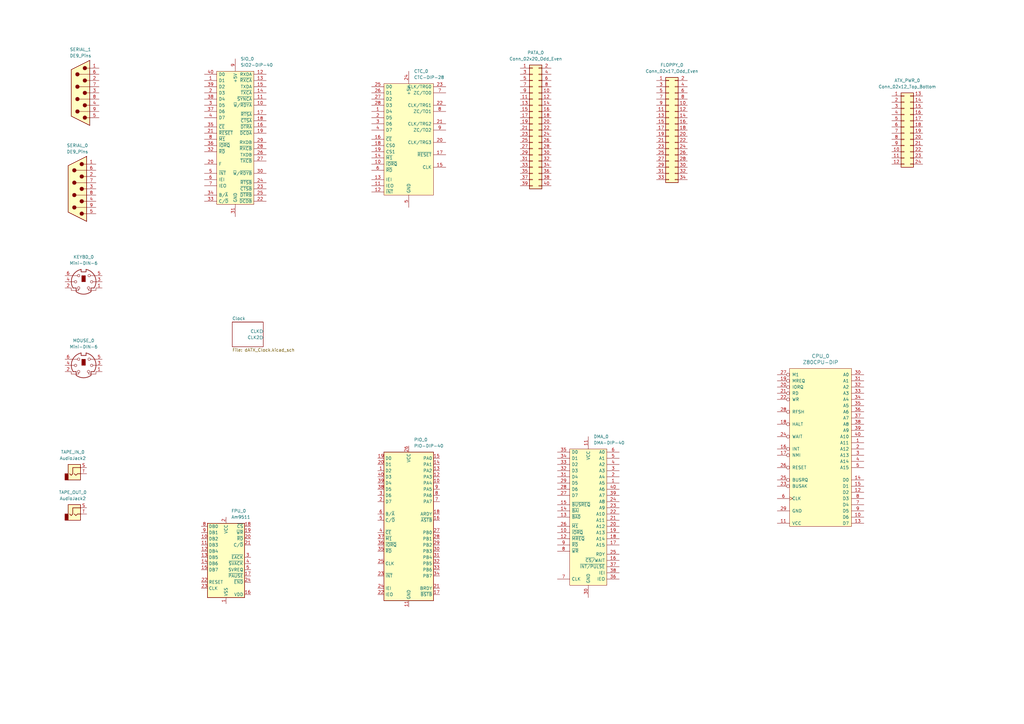
<source format=kicad_sch>
(kicad_sch (version 20250114) (generator "eeschema") (generator_version "9.0")
  (paper "A3")
  (title_block (date "2025-08-11") (rev "0"))
  (lib_symbols
    (symbol "Carboni_Library:Am9511"
      (property "Reference" "U" (at 0 0 0))
      (property "Value" "Am9511" (at 0 0 0))
      (symbol "Am9511_1_1"
        (pin bidirectional line (at -10.16 10.16 0) (length 2.54) (name "DB0") (number "8"))
        (pin bidirectional line (at -10.16 7.62 0) (length 2.54) (name "DB1") (number "9"))
        (pin bidirectional line (at -10.16 5.08 0) (length 2.54) (name "DB2") (number "10"))
        (pin bidirectional line (at -10.16 2.54 0) (length 2.54) (name "DB3") (number "11"))
        (pin bidirectional line (at -10.16 0 0) (length 2.54) (name "DB4") (number "12"))
        (pin bidirectional line (at -10.16 -2.54 0) (length 2.54) (name "DB5") (number "13"))
        (pin bidirectional line (at -10.16 -5.08 0) (length 2.54) (name "DB6") (number "14"))
        (pin bidirectional line (at -10.16 -7.62 0) (length 2.54) (name "DB7") (number "15"))
        (pin input line (at -10.16 -12.7 0) (length 2.54) (name "RESET") (number "22"))
        (pin input line (at -10.16 -15.24 0) (length 2.54) (name "CLK") (number "23"))
        (pin power_in line (at 0 13.97 270) (length 2.54) (name "VCC") (number "2"))
        (pin power_in line (at 0 -21.59 90) (length 2.54) (name "VSS") (number "1"))
        (pin input line (at 10.16 10.16 180) (length 2.54) (name "~{CS}") (number "18"))
        (pin input line (at 10.16 7.62 180) (length 2.54) (name "~{WR}") (number "19"))
        (pin input line (at 10.16 5.08 180) (length 2.54) (name "~{RD}") (number "20"))
        (pin input line (at 10.16 2.54 180) (length 2.54) (name "C/~{D}") (number "21"))
        (pin input line (at 10.16 -2.54 180) (length 2.54) (name "~{EACK}") (number "3"))
        (pin input line (at 10.16 -5.08 180) (length 2.54) (name "~{SVACK}") (number "4"))
        (pin output line (at 10.16 -7.62 180) (length 2.54) (name "SVREQ") (number "5"))
        (pin output line (at 10.16 -10.16 180) (length 2.54) (name "~{PAUSE}") (number "17"))
        (pin output line (at 10.16 -12.7 180) (length 2.54) (name "~{END}") (number "24"))
        (pin power_in line (at 10.16 -17.78 180) (length 2.54) (name "VDD") (number "16"))
      )
    )
    (symbol "Connector:DE9_Pins" (pin_names (offset 1.016) (hide yes))
      (property "Reference" "J" (at 0 13.97 0))
      (property "Value" "DE9_Pins" (at 0 -14.605 0))
      (symbol "DE9_Pins_1_1"
        (pin passive line (at -7.62 10.16 0) (length 3.81) (name "5") (number "5"))
        (pin passive line (at -7.62 7.62 0) (length 3.81) (name "9") (number "9"))
        (pin passive line (at -7.62 5.08 0) (length 3.81) (name "4") (number "4"))
        (pin passive line (at -7.62 2.54 0) (length 3.81) (name "8") (number "8"))
        (pin passive line (at -7.62 0 0) (length 3.81) (name "3") (number "3"))
        (pin passive line (at -7.62 -2.54 0) (length 3.81) (name "7") (number "7"))
        (pin passive line (at -7.62 -5.08 0) (length 3.81) (name "2") (number "2"))
        (pin passive line (at -7.62 -7.62 0) (length 3.81) (name "6") (number "6"))
        (pin passive line (at -7.62 -10.16 0) (length 3.81) (name "1") (number "1"))
      )
    )
    (symbol "Connector:Mini-DIN-6" (pin_names (offset 1.016))
      (property "Reference" "J" (at 0 6.35 0))
      (property "Value" "Mini-DIN-6" (at 0 -6.35 0))
      (symbol "Mini-DIN-6_1_1"
        (pin passive line (at -7.62 2.54 0) (length 2.54) (name "~") (number "6"))
        (pin passive line (at -7.62 0 0) (length 2.54) (name "~") (number "4"))
        (pin passive line (at -7.62 -2.54 0) (length 2.54) (name "~") (number "2"))
        (pin passive line (at 7.62 2.54 180) (length 2.54) (name "~") (number "5"))
        (pin passive line (at 7.62 0 180) (length 2.54) (name "~") (number "3"))
        (pin passive line (at 7.62 -2.54 180) (length 2.54) (name "~") (number "1"))
      )
    )
    (symbol "Connector_Audio:AudioJack2"
      (property "Reference" "J" (at 0 8.89 0))
      (property "Value" "AudioJack2" (at 0 6.35 0))
      (symbol "AudioJack2_1_1"
        (pin passive line (at 5.08 2.54 180) (length 2.54) (name "~") (number "S"))
        (pin passive line (at 5.08 0 180) (length 2.54) (name "~") (number "T"))
      )
    )
    (symbol "Connector_Generic:Conn_02x12_Top_Bottom" (pin_names (offset 1.016) (hide yes))
      (property "Reference" "J" (at 1.27 15.24 0))
      (property "Value" "Conn_02x12_Top_Bottom" (at 1.27 -17.78 0))
      (symbol "Conn_02x12_Top_Bottom_1_1"
        (pin passive line (at -5.08 12.7 0) (length 3.81) (name "Pin_1") (number "1"))
        (pin passive line (at -5.08 10.16 0) (length 3.81) (name "Pin_2") (number "2"))
        (pin passive line (at -5.08 7.62 0) (length 3.81) (name "Pin_3") (number "3"))
        (pin passive line (at -5.08 5.08 0) (length 3.81) (name "Pin_4") (number "4"))
        (pin passive line (at -5.08 2.54 0) (length 3.81) (name "Pin_5") (number "5"))
        (pin passive line (at -5.08 0 0) (length 3.81) (name "Pin_6") (number "6"))
        (pin passive line (at -5.08 -2.54 0) (length 3.81) (name "Pin_7") (number "7"))
        (pin passive line (at -5.08 -5.08 0) (length 3.81) (name "Pin_8") (number "8"))
        (pin passive line (at -5.08 -7.62 0) (length 3.81) (name "Pin_9") (number "9"))
        (pin passive line (at -5.08 -10.16 0) (length 3.81) (name "Pin_10") (number "10"))
        (pin passive line (at -5.08 -12.7 0) (length 3.81) (name "Pin_11") (number "11"))
        (pin passive line (at -5.08 -15.24 0) (length 3.81) (name "Pin_12") (number "12"))
        (pin passive line (at 7.62 12.7 180) (length 3.81) (name "Pin_13") (number "13"))
        (pin passive line (at 7.62 10.16 180) (length 3.81) (name "Pin_14") (number "14"))
        (pin passive line (at 7.62 7.62 180) (length 3.81) (name "Pin_15") (number "15"))
        (pin passive line (at 7.62 5.08 180) (length 3.81) (name "Pin_16") (number "16"))
        (pin passive line (at 7.62 2.54 180) (length 3.81) (name "Pin_17") (number "17"))
        (pin passive line (at 7.62 0 180) (length 3.81) (name "Pin_18") (number "18"))
        (pin passive line (at 7.62 -2.54 180) (length 3.81) (name "Pin_19") (number "19"))
        (pin passive line (at 7.62 -5.08 180) (length 3.81) (name "Pin_20") (number "20"))
        (pin passive line (at 7.62 -7.62 180) (length 3.81) (name "Pin_21") (number "21"))
        (pin passive line (at 7.62 -10.16 180) (length 3.81) (name "Pin_22") (number "22"))
        (pin passive line (at 7.62 -12.7 180) (length 3.81) (name "Pin_23") (number "23"))
        (pin passive line (at 7.62 -15.24 180) (length 3.81) (name "Pin_24") (number "24"))
      )
    )
    (symbol "Connector_Generic:Conn_02x17_Odd_Even" (pin_names (offset 1.016) (hide yes))
      (property "Reference" "J" (at 1.27 22.86 0))
      (property "Value" "Conn_02x17_Odd_Even" (at 1.27 -22.86 0))
      (symbol "Conn_02x17_Odd_Even_1_1"
        (pin passive line (at -5.08 20.32 0) (length 3.81) (name "Pin_1") (number "1"))
        (pin passive line (at -5.08 17.78 0) (length 3.81) (name "Pin_3") (number "3"))
        (pin passive line (at -5.08 15.24 0) (length 3.81) (name "Pin_5") (number "5"))
        (pin passive line (at -5.08 12.7 0) (length 3.81) (name "Pin_7") (number "7"))
        (pin passive line (at -5.08 10.16 0) (length 3.81) (name "Pin_9") (number "9"))
        (pin passive line (at -5.08 7.62 0) (length 3.81) (name "Pin_11") (number "11"))
        (pin passive line (at -5.08 5.08 0) (length 3.81) (name "Pin_13") (number "13"))
        (pin passive line (at -5.08 2.54 0) (length 3.81) (name "Pin_15") (number "15"))
        (pin passive line (at -5.08 0 0) (length 3.81) (name "Pin_17") (number "17"))
        (pin passive line (at -5.08 -2.54 0) (length 3.81) (name "Pin_19") (number "19"))
        (pin passive line (at -5.08 -5.08 0) (length 3.81) (name "Pin_21") (number "21"))
        (pin passive line (at -5.08 -7.62 0) (length 3.81) (name "Pin_23") (number "23"))
        (pin passive line (at -5.08 -10.16 0) (length 3.81) (name "Pin_25") (number "25"))
        (pin passive line (at -5.08 -12.7 0) (length 3.81) (name "Pin_27") (number "27"))
        (pin passive line (at -5.08 -15.24 0) (length 3.81) (name "Pin_29") (number "29"))
        (pin passive line (at -5.08 -17.78 0) (length 3.81) (name "Pin_31") (number "31"))
        (pin passive line (at -5.08 -20.32 0) (length 3.81) (name "Pin_33") (number "33"))
        (pin passive line (at 7.62 20.32 180) (length 3.81) (name "Pin_2") (number "2"))
        (pin passive line (at 7.62 17.78 180) (length 3.81) (name "Pin_4") (number "4"))
        (pin passive line (at 7.62 15.24 180) (length 3.81) (name "Pin_6") (number "6"))
        (pin passive line (at 7.62 12.7 180) (length 3.81) (name "Pin_8") (number "8"))
        (pin passive line (at 7.62 10.16 180) (length 3.81) (name "Pin_10") (number "10"))
        (pin passive line (at 7.62 7.62 180) (length 3.81) (name "Pin_12") (number "12"))
        (pin passive line (at 7.62 5.08 180) (length 3.81) (name "Pin_14") (number "14"))
        (pin passive line (at 7.62 2.54 180) (length 3.81) (name "Pin_16") (number "16"))
        (pin passive line (at 7.62 0 180) (length 3.81) (name "Pin_18") (number "18"))
        (pin passive line (at 7.62 -2.54 180) (length 3.81) (name "Pin_20") (number "20"))
        (pin passive line (at 7.62 -5.08 180) (length 3.81) (name "Pin_22") (number "22"))
        (pin passive line (at 7.62 -7.62 180) (length 3.81) (name "Pin_24") (number "24"))
        (pin passive line (at 7.62 -10.16 180) (length 3.81) (name "Pin_26") (number "26"))
        (pin passive line (at 7.62 -12.7 180) (length 3.81) (name "Pin_28") (number "28"))
        (pin passive line (at 7.62 -15.24 180) (length 3.81) (name "Pin_30") (number "30"))
        (pin passive line (at 7.62 -17.78 180) (length 3.81) (name "Pin_32") (number "32"))
        (pin passive line (at 7.62 -20.32 180) (length 3.81) (name "Pin_34") (number "34"))
      )
    )
    (symbol "Connector_Generic:Conn_02x20_Odd_Even" (pin_names (offset 1.016) (hide yes))
      (property "Reference" "J" (at 1.27 25.4 0))
      (property "Value" "Conn_02x20_Odd_Even" (at 1.27 -27.94 0))
      (symbol "Conn_02x20_Odd_Even_1_1"
        (pin passive line (at -5.08 22.86 0) (length 3.81) (name "Pin_1") (number "1"))
        (pin passive line (at -5.08 20.32 0) (length 3.81) (name "Pin_3") (number "3"))
        (pin passive line (at -5.08 17.78 0) (length 3.81) (name "Pin_5") (number "5"))
        (pin passive line (at -5.08 15.24 0) (length 3.81) (name "Pin_7") (number "7"))
        (pin passive line (at -5.08 12.7 0) (length 3.81) (name "Pin_9") (number "9"))
        (pin passive line (at -5.08 10.16 0) (length 3.81) (name "Pin_11") (number "11"))
        (pin passive line (at -5.08 7.62 0) (length 3.81) (name "Pin_13") (number "13"))
        (pin passive line (at -5.08 5.08 0) (length 3.81) (name "Pin_15") (number "15"))
        (pin passive line (at -5.08 2.54 0) (length 3.81) (name "Pin_17") (number "17"))
        (pin passive line (at -5.08 0 0) (length 3.81) (name "Pin_19") (number "19"))
        (pin passive line (at -5.08 -2.54 0) (length 3.81) (name "Pin_21") (number "21"))
        (pin passive line (at -5.08 -5.08 0) (length 3.81) (name "Pin_23") (number "23"))
        (pin passive line (at -5.08 -7.62 0) (length 3.81) (name "Pin_25") (number "25"))
        (pin passive line (at -5.08 -10.16 0) (length 3.81) (name "Pin_27") (number "27"))
        (pin passive line (at -5.08 -12.7 0) (length 3.81) (name "Pin_29") (number "29"))
        (pin passive line (at -5.08 -15.24 0) (length 3.81) (name "Pin_31") (number "31"))
        (pin passive line (at -5.08 -17.78 0) (length 3.81) (name "Pin_33") (number "33"))
        (pin passive line (at -5.08 -20.32 0) (length 3.81) (name "Pin_35") (number "35"))
        (pin passive line (at -5.08 -22.86 0) (length 3.81) (name "Pin_37") (number "37"))
        (pin passive line (at -5.08 -25.4 0) (length 3.81) (name "Pin_39") (number "39"))
        (pin passive line (at 7.62 22.86 180) (length 3.81) (name "Pin_2") (number "2"))
        (pin passive line (at 7.62 20.32 180) (length 3.81) (name "Pin_4") (number "4"))
        (pin passive line (at 7.62 17.78 180) (length 3.81) (name "Pin_6") (number "6"))
        (pin passive line (at 7.62 15.24 180) (length 3.81) (name "Pin_8") (number "8"))
        (pin passive line (at 7.62 12.7 180) (length 3.81) (name "Pin_10") (number "10"))
        (pin passive line (at 7.62 10.16 180) (length 3.81) (name "Pin_12") (number "12"))
        (pin passive line (at 7.62 7.62 180) (length 3.81) (name "Pin_14") (number "14"))
        (pin passive line (at 7.62 5.08 180) (length 3.81) (name "Pin_16") (number "16"))
        (pin passive line (at 7.62 2.54 180) (length 3.81) (name "Pin_18") (number "18"))
        (pin passive line (at 7.62 0 180) (length 3.81) (name "Pin_20") (number "20"))
        (pin passive line (at 7.62 -2.54 180) (length 3.81) (name "Pin_22") (number "22"))
        (pin passive line (at 7.62 -5.08 180) (length 3.81) (name "Pin_24") (number "24"))
        (pin passive line (at 7.62 -7.62 180) (length 3.81) (name "Pin_26") (number "26"))
        (pin passive line (at 7.62 -10.16 180) (length 3.81) (name "Pin_28") (number "28"))
        (pin passive line (at 7.62 -12.7 180) (length 3.81) (name "Pin_30") (number "30"))
        (pin passive line (at 7.62 -15.24 180) (length 3.81) (name "Pin_32") (number "32"))
        (pin passive line (at 7.62 -17.78 180) (length 3.81) (name "Pin_34") (number "34"))
        (pin passive line (at 7.62 -20.32 180) (length 3.81) (name "Pin_36") (number "36"))
        (pin passive line (at 7.62 -22.86 180) (length 3.81) (name "Pin_38") (number "38"))
        (pin passive line (at 7.62 -25.4 180) (length 3.81) (name "Pin_40") (number "40"))
      )
    )
    (symbol "Connector_Generic:Conn_02x50_Row_Letter_First" (pin_names (offset 1.016) (hide yes))
      (property "Reference" "J" (at 1.27 63.5 0))
      (property "Value" "Conn_02x50_Row_Letter_First" (at 1.27 -66.04 0))
      (symbol "Conn_02x50_Row_Letter_First_1_1"
        (pin passive line (at -5.08 60.96 0) (length 3.81) (name "Pin_a1") (number "a1"))
        (pin passive line (at -5.08 58.42 0) (length 3.81) (name "Pin_a2") (number "a2"))
        (pin passive line (at -5.08 55.88 0) (length 3.81) (name "Pin_a3") (number "a3"))
        (pin passive line (at -5.08 53.34 0) (length 3.81) (name "Pin_a4") (number "a4"))
        (pin passive line (at -5.08 50.8 0) (length 3.81) (name "Pin_a5") (number "a5"))
        (pin passive line (at -5.08 48.26 0) (length 3.81) (name "Pin_a6") (number "a6"))
        (pin passive line (at -5.08 45.72 0) (length 3.81) (name "Pin_a7") (number "a7"))
        (pin passive line (at -5.08 43.18 0) (length 3.81) (name "Pin_a8") (number "a8"))
        (pin passive line (at -5.08 40.64 0) (length 3.81) (name "Pin_a9") (number "a9"))
        (pin passive line (at -5.08 38.1 0) (length 3.81) (name "Pin_a10") (number "a10"))
        (pin passive line (at -5.08 35.56 0) (length 3.81) (name "Pin_a11") (number "a11"))
        (pin passive line (at -5.08 33.02 0) (length 3.81) (name "Pin_a12") (number "a12"))
        (pin passive line (at -5.08 30.48 0) (length 3.81) (name "Pin_a13") (number "a13"))
        (pin passive line (at -5.08 27.94 0) (length 3.81) (name "Pin_a14") (number "a14"))
        (pin passive line (at -5.08 25.4 0) (length 3.81) (name "Pin_a15") (number "a15"))
        (pin passive line (at -5.08 22.86 0) (length 3.81) (name "Pin_a16") (number "a16"))
        (pin passive line (at -5.08 20.32 0) (length 3.81) (name "Pin_a17") (number "a17"))
        (pin passive line (at -5.08 17.78 0) (length 3.81) (name "Pin_a18") (number "a18"))
        (pin passive line (at -5.08 15.24 0) (length 3.81) (name "Pin_a19") (number "a19"))
        (pin passive line (at -5.08 12.7 0) (length 3.81) (name "Pin_a20") (number "a20"))
        (pin passive line (at -5.08 10.16 0) (length 3.81) (name "Pin_a21") (number "a21"))
        (pin passive line (at -5.08 7.62 0) (length 3.81) (name "Pin_a22") (number "a22"))
        (pin passive line (at -5.08 5.08 0) (length 3.81) (name "Pin_a23") (number "a23"))
        (pin passive line (at -5.08 2.54 0) (length 3.81) (name "Pin_a24") (number "a24"))
        (pin passive line (at -5.08 0 0) (length 3.81) (name "Pin_a25") (number "a25"))
        (pin passive line (at -5.08 -2.54 0) (length 3.81) (name "Pin_a26") (number "a26"))
        (pin passive line (at -5.08 -5.08 0) (length 3.81) (name "Pin_a27") (number "a27"))
        (pin passive line (at -5.08 -7.62 0) (length 3.81) (name "Pin_a28") (number "a28"))
        (pin passive line (at -5.08 -10.16 0) (length 3.81) (name "Pin_a29") (number "a29"))
        (pin passive line (at -5.08 -12.7 0) (length 3.81) (name "Pin_a30") (number "a30"))
        (pin passive line (at -5.08 -15.24 0) (length 3.81) (name "Pin_a31") (number "a31"))
        (pin passive line (at -5.08 -17.78 0) (length 3.81) (name "Pin_a32") (number "a32"))
        (pin passive line (at -5.08 -20.32 0) (length 3.81) (name "Pin_a33") (number "a33"))
        (pin passive line (at -5.08 -22.86 0) (length 3.81) (name "Pin_a34") (number "a34"))
        (pin passive line (at -5.08 -25.4 0) (length 3.81) (name "Pin_a35") (number "a35"))
        (pin passive line (at -5.08 -27.94 0) (length 3.81) (name "Pin_a36") (number "a36"))
        (pin passive line (at -5.08 -30.48 0) (length 3.81) (name "Pin_a37") (number "a37"))
        (pin passive line (at -5.08 -33.02 0) (length 3.81) (name "Pin_a38") (number "a38"))
        (pin passive line (at -5.08 -35.56 0) (length 3.81) (name "Pin_a39") (number "a39"))
        (pin passive line (at -5.08 -38.1 0) (length 3.81) (name "Pin_a40") (number "a40"))
        (pin passive line (at -5.08 -40.64 0) (length 3.81) (name "Pin_a41") (number "a41"))
        (pin passive line (at -5.08 -43.18 0) (length 3.81) (name "Pin_a42") (number "a42"))
        (pin passive line (at -5.08 -45.72 0) (length 3.81) (name "Pin_a43") (number "a43"))
        (pin passive line (at -5.08 -48.26 0) (length 3.81) (name "Pin_a44") (number "a44"))
        (pin passive line (at -5.08 -50.8 0) (length 3.81) (name "Pin_a45") (number "a45"))
        (pin passive line (at -5.08 -53.34 0) (length 3.81) (name "Pin_a46") (number "a46"))
        (pin passive line (at -5.08 -55.88 0) (length 3.81) (name "Pin_a47") (number "a47"))
        (pin passive line (at -5.08 -58.42 0) (length 3.81) (name "Pin_a48") (number "a48"))
        (pin passive line (at -5.08 -60.96 0) (length 3.81) (name "Pin_a49") (number "a49"))
        (pin passive line (at -5.08 -63.5 0) (length 3.81) (name "Pin_a50") (number "a50"))
        (pin passive line (at 7.62 60.96 180) (length 3.81) (name "Pin_b1") (number "b1"))
        (pin passive line (at 7.62 58.42 180) (length 3.81) (name "Pin_b2") (number "b2"))
        (pin passive line (at 7.62 55.88 180) (length 3.81) (name "Pin_b3") (number "b3"))
        (pin passive line (at 7.62 53.34 180) (length 3.81) (name "Pin_b4") (number "b4"))
        (pin passive line (at 7.62 50.8 180) (length 3.81) (name "Pin_b5") (number "b5"))
        (pin passive line (at 7.62 48.26 180) (length 3.81) (name "Pin_b6") (number "b6"))
        (pin passive line (at 7.62 45.72 180) (length 3.81) (name "Pin_b7") (number "b7"))
        (pin passive line (at 7.62 43.18 180) (length 3.81) (name "Pin_b8") (number "b8"))
        (pin passive line (at 7.62 40.64 180) (length 3.81) (name "Pin_b9") (number "b9"))
        (pin passive line (at 7.62 38.1 180) (length 3.81) (name "Pin_b10") (number "b10"))
        (pin passive line (at 7.62 35.56 180) (length 3.81) (name "Pin_b11") (number "b11"))
        (pin passive line (at 7.62 33.02 180) (length 3.81) (name "Pin_b12") (number "b12"))
        (pin passive line (at 7.62 30.48 180) (length 3.81) (name "Pin_b13") (number "b13"))
        (pin passive line (at 7.62 27.94 180) (length 3.81) (name "Pin_b14") (number "b14"))
        (pin passive line (at 7.62 25.4 180) (length 3.81) (name "Pin_b15") (number "b15"))
        (pin passive line (at 7.62 22.86 180) (length 3.81) (name "Pin_b16") (number "b16"))
        (pin passive line (at 7.62 20.32 180) (length 3.81) (name "Pin_b17") (number "b17"))
        (pin passive line (at 7.62 17.78 180) (length 3.81) (name "Pin_b18") (number "b18"))
        (pin passive line (at 7.62 15.24 180) (length 3.81) (name "Pin_b19") (number "b19"))
        (pin passive line (at 7.62 12.7 180) (length 3.81) (name "Pin_b20") (number "b20"))
        (pin passive line (at 7.62 10.16 180) (length 3.81) (name "Pin_b21") (number "b21"))
        (pin passive line (at 7.62 7.62 180) (length 3.81) (name "Pin_b22") (number "b22"))
        (pin passive line (at 7.62 5.08 180) (length 3.81) (name "Pin_b23") (number "b23"))
        (pin passive line (at 7.62 2.54 180) (length 3.81) (name "Pin_b24") (number "b24"))
        (pin passive line (at 7.62 0 180) (length 3.81) (name "Pin_b25") (number "b25"))
        (pin passive line (at 7.62 -2.54 180) (length 3.81) (name "Pin_b26") (number "b26"))
        (pin passive line (at 7.62 -5.08 180) (length 3.81) (name "Pin_b27") (number "b27"))
        (pin passive line (at 7.62 -7.62 180) (length 3.81) (name "Pin_b28") (number "b28"))
        (pin passive line (at 7.62 -10.16 180) (length 3.81) (name "Pin_b29") (number "b29"))
        (pin passive line (at 7.62 -12.7 180) (length 3.81) (name "Pin_b30") (number "b30"))
        (pin passive line (at 7.62 -15.24 180) (length 3.81) (name "Pin_b31") (number "b31"))
        (pin passive line (at 7.62 -17.78 180) (length 3.81) (name "Pin_b32") (number "b32"))
        (pin passive line (at 7.62 -20.32 180) (length 3.81) (name "Pin_b33") (number "b33"))
        (pin passive line (at 7.62 -22.86 180) (length 3.81) (name "Pin_b34") (number "b34"))
        (pin passive line (at 7.62 -25.4 180) (length 3.81) (name "Pin_b35") (number "b35"))
        (pin passive line (at 7.62 -27.94 180) (length 3.81) (name "Pin_b36") (number "b36"))
        (pin passive line (at 7.62 -30.48 180) (length 3.81) (name "Pin_b37") (number "b37"))
        (pin passive line (at 7.62 -33.02 180) (length 3.81) (name "Pin_b38") (number "b38"))
        (pin passive line (at 7.62 -35.56 180) (length 3.81) (name "Pin_b39") (number "b39"))
        (pin passive line (at 7.62 -38.1 180) (length 3.81) (name "Pin_b40") (number "b40"))
        (pin passive line (at 7.62 -40.64 180) (length 3.81) (name "Pin_b41") (number "b41"))
        (pin passive line (at 7.62 -43.18 180) (length 3.81) (name "Pin_b42") (number "b42"))
        (pin passive line (at 7.62 -45.72 180) (length 3.81) (name "Pin_b43") (number "b43"))
        (pin passive line (at 7.62 -48.26 180) (length 3.81) (name "Pin_b44") (number "b44"))
        (pin passive line (at 7.62 -50.8 180) (length 3.81) (name "Pin_b45") (number "b45"))
        (pin passive line (at 7.62 -53.34 180) (length 3.81) (name "Pin_b46") (number "b46"))
        (pin passive line (at 7.62 -55.88 180) (length 3.81) (name "Pin_b47") (number "b47"))
        (pin passive line (at 7.62 -58.42 180) (length 3.81) (name "Pin_b48") (number "b48"))
        (pin passive line (at 7.62 -60.96 180) (length 3.81) (name "Pin_b49") (number "b49"))
        (pin passive line (at 7.62 -63.5 180) (length 3.81) (name "Pin_b50") (number "b50"))
      )
    )
    (symbol "Zilog_Z80_Peripherals:CTC-DIP-28" (pin_names (offset 0.762))
      (property "Reference" "IC" (at 0 2.54 0))
      (property "Value" "CTC-DIP-28" (at 12.7 1.27 0))
      (symbol "CTC-DIP-28_0_0"
        (pin bidirectional line (at -5.08 -1.27 0) (length 5.08) (name "D0") (number "25"))
        (pin bidirectional line (at -5.08 -3.81 0) (length 5.08) (name "D1") (number "26"))
        (pin bidirectional line (at -5.08 -6.35 0) (length 5.08) (name "D2") (number "27"))
        (pin bidirectional line (at -5.08 -8.89 0) (length 5.08) (name "D3") (number "28"))
        (pin bidirectional line (at -5.08 -11.43 0) (length 5.08) (name "D4") (number "1"))
        (pin bidirectional line (at -5.08 -13.97 0) (length 5.08) (name "D5") (number "2"))
        (pin bidirectional line (at -5.08 -16.51 0) (length 5.08) (name "D6") (number "3"))
        (pin bidirectional line (at -5.08 -19.05 0) (length 5.08) (name "D7") (number "4"))
        (pin input line (at -5.08 -22.86 0) (length 5.08) (name "~{CE}") (number "16"))
        (pin input line (at -5.08 -25.4 0) (length 5.08) (name "CS0") (number "18"))
        (pin input line (at -5.08 -27.94 0) (length 5.08) (name "CS1") (number "19"))
        (pin input line (at -5.08 -30.48 0) (length 5.08) (name "~{M1}") (number "14"))
        (pin input line (at -5.08 -33.02 0) (length 5.08) (name "~{IORQ}") (number "10"))
        (pin input line (at -5.08 -35.56 0) (length 5.08) (name "~{RD}") (number "6"))
        (pin input line (at -5.08 -39.37 0) (length 5.08) (name "IEI") (number "13"))
        (pin output line (at -5.08 -41.91 0) (length 5.08) (name "IEO") (number "11"))
        (pin open_collector line (at -5.08 -44.45 0) (length 5.08) (name "~{INT}") (number "12"))
        (pin power_in line (at 10.16 5.08 270) (length 5.08) (name "+5V") (number "24"))
        (pin power_in line (at 10.16 -50.8 90) (length 5.08) (name "GND") (number "5"))
        (pin input line (at 25.4 -1.27 180) (length 5.08) (name "CLK/TRG0") (number "23"))
        (pin output line (at 25.4 -3.81 180) (length 5.08) (name "ZC/TO0") (number "7"))
        (pin input line (at 25.4 -8.89 180) (length 5.08) (name "CLK/TRG1") (number "22"))
        (pin output line (at 25.4 -11.43 180) (length 5.08) (name "ZC/TO1") (number "8"))
        (pin input line (at 25.4 -16.51 180) (length 5.08) (name "CLK/TRG2") (number "21"))
        (pin output line (at 25.4 -19.05 180) (length 5.08) (name "ZC/TO2") (number "9"))
        (pin input line (at 25.4 -24.13 180) (length 5.08) (name "CLK/TRG3") (number "20"))
        (pin input line (at 25.4 -29.21 180) (length 5.08) (name "~{RESET}") (number "17"))
        (pin input line (at 25.4 -34.29 180) (length 5.08) (name "CLK") (number "15"))
      )
    )
    (symbol "Zilog_Z80_Peripherals:DMA-DIP-40" (pin_names (offset 0.762))
      (property "Reference" "IC" (at 0 1.27 0))
      (property "Value" "DMA-DIP-40" (at 17.78 1.27 0))
      (symbol "DMA-DIP-40_0_0"
        (pin bidirectional line (at -5.08 -1.27 0) (length 5.08) (name "D0") (number "35"))
        (pin bidirectional line (at -5.08 -3.81 0) (length 5.08) (name "D1") (number "34"))
        (pin bidirectional line (at -5.08 -6.35 0) (length 5.08) (name "D2") (number "33"))
        (pin bidirectional line (at -5.08 -8.89 0) (length 5.08) (name "D3") (number "32"))
        (pin bidirectional line (at -5.08 -11.43 0) (length 5.08) (name "D4") (number "31"))
        (pin bidirectional line (at -5.08 -13.97 0) (length 5.08) (name "D5") (number "29"))
        (pin bidirectional line (at -5.08 -16.51 0) (length 5.08) (name "D6") (number "28"))
        (pin bidirectional line (at -5.08 -19.05 0) (length 5.08) (name "D7") (number "27"))
        (pin bidirectional line (at -5.08 -22.86 0) (length 5.08) (name "~{BUSREQ}") (number "15"))
        (pin input line (at -5.08 -25.4 0) (length 5.08) (name "~{BAI}") (number "14"))
        (pin output line (at -5.08 -27.94 0) (length 5.08) (name "~{BA0}") (number "13"))
        (pin input line (at -5.08 -31.75 0) (length 5.08) (name "~{M1}") (number "26"))
        (pin bidirectional line (at -5.08 -34.29 0) (length 5.08) (name "~{IORQ}") (number "10"))
        (pin bidirectional line (at -5.08 -36.83 0) (length 5.08) (name "~{MREQ}") (number "12"))
        (pin bidirectional line (at -5.08 -39.37 0) (length 5.08) (name "~{RD}") (number "9"))
        (pin bidirectional line (at -5.08 -41.91 0) (length 5.08) (name "~{WR}") (number "8"))
        (pin input line (at -5.08 -53.34 0) (length 5.08) (name "CLK") (number "7"))
        (pin power_in line (at 7.62 5.08 270) (length 5.08) (name "VCC") (number "11"))
        (pin power_in line (at 7.62 -60.96 90) (length 5.08) (name "GND") (number "30"))
        (pin output line (at 20.32 -1.27 180) (length 5.08) (name "A0") (number "6"))
        (pin output line (at 20.32 -3.81 180) (length 5.08) (name "A1") (number "5"))
        (pin output line (at 20.32 -6.35 180) (length 5.08) (name "A2") (number "4"))
        (pin output line (at 20.32 -8.89 180) (length 5.08) (name "A3") (number "3"))
        (pin output line (at 20.32 -11.43 180) (length 5.08) (name "A4") (number "2"))
        (pin output line (at 20.32 -13.97 180) (length 5.08) (name "A5") (number "1"))
        (pin open_collector line (at 20.32 -16.51 180) (length 5.08) (name "A6") (number "40"))
        (pin open_collector line (at 20.32 -19.05 180) (length 5.08) (name "A7") (number "39"))
        (pin output line (at 20.32 -21.59 180) (length 5.08) (name "A8") (number "24"))
        (pin output line (at 20.32 -24.13 180) (length 5.08) (name "A9") (number "23"))
        (pin output line (at 20.32 -26.67 180) (length 5.08) (name "A10") (number "22"))
        (pin output line (at 20.32 -29.21 180) (length 5.08) (name "A11") (number "21"))
        (pin output line (at 20.32 -31.75 180) (length 5.08) (name "A12") (number "20"))
        (pin output line (at 20.32 -34.29 180) (length 5.08) (name "A13") (number "19"))
        (pin output line (at 20.32 -36.83 180) (length 5.08) (name "A14") (number "18"))
        (pin output line (at 20.32 -39.37 180) (length 5.08) (name "A15") (number "17"))
        (pin input line (at 20.32 -43.18 180) (length 5.08) (name "RDY") (number "25"))
        (pin input line (at 20.32 -45.72 180) (length 5.08) (name "~{C5/}WAIT") (number "16"))
        (pin output line (at 20.32 -48.26 180) (length 5.08) (name "~{INT/PULSE}") (number "37"))
        (pin input line (at 20.32 -50.8 180) (length 5.08) (name "IEI") (number "38"))
        (pin output line (at 20.32 -53.34 180) (length 5.08) (name "IEO") (number "36"))
      )
    )
    (symbol "Zilog_Z80_Peripherals:PIO-DIP-40"
      (property "Reference" "U" (at 0 1.27 0))
      (property "Value" "PIO-DIP-40" (at 13.97 1.27 0))
      (symbol "PIO-DIP-40_1_1"
        (pin bidirectional line (at -2.54 -2.54 0) (length 2.54) (name "D0") (number "19"))
        (pin bidirectional line (at -2.54 -5.08 0) (length 2.54) (name "D1") (number "20"))
        (pin bidirectional line (at -2.54 -7.62 0) (length 2.54) (name "D2") (number "1"))
        (pin bidirectional line (at -2.54 -10.16 0) (length 2.54) (name "D3") (number "40"))
        (pin bidirectional line (at -2.54 -12.7 0) (length 2.54) (name "D4") (number "39"))
        (pin bidirectional line (at -2.54 -15.24 0) (length 2.54) (name "D5") (number "38"))
        (pin bidirectional line (at -2.54 -17.78 0) (length 2.54) (name "D6") (number "3"))
        (pin bidirectional line (at -2.54 -20.32 0) (length 2.54) (name "D7") (number "2"))
        (pin input line (at -2.54 -25.4 0) (length 2.54) (name "B/~{A}") (number "6"))
        (pin input line (at -2.54 -27.94 0) (length 2.54) (name "C/~{D}") (number "5"))
        (pin input line (at -2.54 -33.02 0) (length 2.54) (name "~{CE}") (number "4"))
        (pin input line (at -2.54 -35.56 0) (length 2.54) (name "~{M1}") (number "37"))
        (pin input line (at -2.54 -38.1 0) (length 2.54) (name "~{IORQ}") (number "36"))
        (pin input line (at -2.54 -40.64 0) (length 2.54) (name "~{RD}") (number "35"))
        (pin input line (at -2.54 -45.72 0) (length 2.54) (name "CLK") (number "25"))
        (pin open_collector line (at -2.54 -50.8 0) (length 2.54) (name "~{INT}") (number "23"))
        (pin input line (at -2.54 -55.88 0) (length 2.54) (name "IEI") (number "24"))
        (pin output line (at -2.54 -58.42 0) (length 2.54) (name "IEO") (number "22"))
        (pin power_in line (at 10.16 2.54 270) (length 2.54) (name "VCC") (number "26"))
        (pin power_in line (at 10.16 -63.5 90) (length 2.54) (name "GND") (number "11"))
        (pin bidirectional line (at 22.86 -2.54 180) (length 2.54) (name "PA0") (number "15"))
        (pin bidirectional line (at 22.86 -5.08 180) (length 2.54) (name "PA1") (number "14"))
        (pin bidirectional line (at 22.86 -7.62 180) (length 2.54) (name "PA2") (number "13"))
        (pin bidirectional line (at 22.86 -10.16 180) (length 2.54) (name "PA3") (number "12"))
        (pin bidirectional line (at 22.86 -12.7 180) (length 2.54) (name "PA4") (number "10"))
        (pin bidirectional line (at 22.86 -15.24 180) (length 2.54) (name "PA5") (number "9"))
        (pin bidirectional line (at 22.86 -17.78 180) (length 2.54) (name "PA6") (number "8"))
        (pin bidirectional line (at 22.86 -20.32 180) (length 2.54) (name "PA7") (number "7"))
        (pin output line (at 22.86 -25.4 180) (length 2.54) (name "ARDY") (number "18"))
        (pin input line (at 22.86 -27.94 180) (length 2.54) (name "~{ASTB}") (number "16"))
        (pin bidirectional line (at 22.86 -33.02 180) (length 2.54) (name "PB0") (number "27"))
        (pin bidirectional line (at 22.86 -35.56 180) (length 2.54) (name "PB1") (number "28"))
        (pin bidirectional line (at 22.86 -38.1 180) (length 2.54) (name "PB2") (number "29"))
        (pin bidirectional line (at 22.86 -40.64 180) (length 2.54) (name "PB3") (number "30"))
        (pin bidirectional line (at 22.86 -43.18 180) (length 2.54) (name "PB4") (number "31"))
        (pin bidirectional line (at 22.86 -45.72 180) (length 2.54) (name "PB5") (number "32"))
        (pin bidirectional line (at 22.86 -48.26 180) (length 2.54) (name "PB6") (number "33"))
        (pin bidirectional line (at 22.86 -50.8 180) (length 2.54) (name "PB7") (number "34"))
        (pin output line (at 22.86 -55.88 180) (length 2.54) (name "BRDY") (number "21"))
        (pin input line (at 22.86 -58.42 180) (length 2.54) (name "~{BSTB}") (number "17"))
      )
    )
    (symbol "Zilog_Z80_Peripherals:SIO2-DIP-40" (pin_names (offset 0.762))
      (property "Reference" "IC" (at 0 1.27 0))
      (property "Value" "SIO2-DIP-40" (at 7.62 1.27 0))
      (symbol "SIO2-DIP-40_0_0"
        (pin bidirectional line (at -5.08 -1.27 0) (length 5.08) (name "D0") (number "40"))
        (pin bidirectional line (at -5.08 -3.81 0) (length 5.08) (name "D1") (number "1"))
        (pin bidirectional line (at -5.08 -6.35 0) (length 5.08) (name "D2") (number "39"))
        (pin bidirectional line (at -5.08 -8.89 0) (length 5.08) (name "D3") (number "2"))
        (pin bidirectional line (at -5.08 -11.43 0) (length 5.08) (name "D4") (number "38"))
        (pin bidirectional line (at -5.08 -13.97 0) (length 5.08) (name "D5") (number "3"))
        (pin bidirectional line (at -5.08 -16.51 0) (length 5.08) (name "D6") (number "37"))
        (pin bidirectional line (at -5.08 -19.05 0) (length 5.08) (name "D7") (number "4"))
        (pin input line (at -5.08 -22.86 0) (length 5.08) (name "~{CE}") (number "35"))
        (pin input line (at -5.08 -25.4 0) (length 5.08) (name "~{RESET}") (number "21"))
        (pin input line (at -5.08 -27.94 0) (length 5.08) (name "~{M1}") (number "8"))
        (pin input line (at -5.08 -30.48 0) (length 5.08) (name "~{IORQ}") (number "36"))
        (pin input line (at -5.08 -33.02 0) (length 5.08) (name "~{RD}") (number "32"))
        (pin input line (at -5.08 -38.1 0) (length 5.08) (name "F") (number "20"))
        (pin open_collector line (at -5.08 -41.91 0) (length 5.08) (name "~{INT}") (number "5"))
        (pin input line (at -5.08 -44.45 0) (length 5.08) (name "IEI") (number "6"))
        (pin output line (at -5.08 -46.99 0) (length 5.08) (name "IEO") (number "7"))
        (pin input line (at -5.08 -50.8 0) (length 5.08) (name "B/~{A}") (number "34"))
        (pin input line (at -5.08 -53.34 0) (length 5.08) (name "C/~{D}") (number "33"))
        (pin power_in line (at 7.62 5.08 270) (length 5.08) (name "+5V") (number "9"))
        (pin power_in line (at 7.62 -59.69 90) (length 5.08) (name "GND") (number "31"))
        (pin input line (at 20.32 -1.27 180) (length 5.08) (name "RXDA") (number "12"))
        (pin input line (at 20.32 -3.81 180) (length 5.08) (name "~{RXCA}") (number "13"))
        (pin output line (at 20.32 -6.35 180) (length 5.08) (name "TXDA") (number "15"))
        (pin output line (at 20.32 -8.89 180) (length 5.08) (name "~{TXCA}") (number "14"))
        (pin bidirectional line (at 20.32 -11.43 180) (length 5.08) (name "~{SYNCA}") (number "11"))
        (pin output line (at 20.32 -13.97 180) (length 5.08) (name "~{W}/~{RDYA}") (number "10"))
        (pin output line (at 20.32 -17.78 180) (length 5.08) (name "~{RTSA}") (number "17"))
        (pin input line (at 20.32 -20.32 180) (length 5.08) (name "~{CTSA}") (number "18"))
        (pin output line (at 20.32 -22.86 180) (length 5.08) (name "~{DTRA}") (number "16"))
        (pin input line (at 20.32 -25.4 180) (length 5.08) (name "~{DCDA}") (number "19"))
        (pin input line (at 20.32 -29.21 180) (length 5.08) (name "RXDB") (number "29"))
        (pin input line (at 20.32 -31.75 180) (length 5.08) (name "~{RXCB}") (number "28"))
        (pin output line (at 20.32 -34.29 180) (length 5.08) (name "TXDB") (number "26"))
        (pin input line (at 20.32 -36.83 180) (length 5.08) (name "~{TXCB}") (number "27"))
        (pin output line (at 20.32 -41.91 180) (length 5.08) (name "~{W}/~{RDYB}") (number "30"))
        (pin output line (at 20.32 -45.72 180) (length 5.08) (name "~{RTSB}") (number "24"))
        (pin input line (at 20.32 -48.26 180) (length 5.08) (name "~{CTSB}") (number "23"))
        (pin output line (at 20.32 -50.8 180) (length 5.08) (name "~{DTRB}") (number "25"))
        (pin input line (at 20.32 -53.34 180) (length 5.08) (name "~{DCDB}") (number "22"))
      )
    )
    (symbol "Zilog_z80:Z80CPU-DIP" (pin_names (offset 1.016))
      (property "Reference" "IC" (at 0 1.27 0))
      (property "Value" "Z80CPU-DIP" (at 12.7 1.27 0))
      (symbol "Z80CPU-DIP_1_0"
        (pin output inverted (at -5.08 -2.54 0) (length 5.08) (name "M1") (number "27"))
        (pin output inverted (at -5.08 -5.08 0) (length 5.08) (name "MREQ") (number "19"))
        (pin output inverted (at -5.08 -7.62 0) (length 5.08) (name "IORQ") (number "20"))
        (pin output inverted (at -5.08 -10.16 0) (length 5.08) (name "RD") (number "21"))
        (pin output inverted (at -5.08 -12.7 0) (length 5.08) (name "WR") (number "22"))
        (pin output inverted (at -5.08 -17.78 0) (length 5.08) (name "RFSH") (number "28"))
        (pin output inverted (at -5.08 -22.86 0) (length 5.08) (name "HALT") (number "18"))
        (pin input inverted (at -5.08 -27.94 0) (length 5.08) (name "WAIT") (number "24"))
        (pin input inverted (at -5.08 -33.02 0) (length 5.08) (name "INT") (number "16"))
        (pin input inverted (at -5.08 -35.56 0) (length 5.08) (name "NMI") (number "17"))
        (pin input inverted (at -5.08 -40.64 0) (length 5.08) (name "RESET") (number "26"))
        (pin input inverted (at -5.08 -45.72 0) (length 5.08) (name "BUSRQ") (number "25"))
        (pin output inverted (at -5.08 -48.26 0) (length 5.08) (name "BUSAK") (number "23"))
        (pin input clock (at -5.08 -53.34 0) (length 5.08) (name "CLK") (number "6"))
        (pin power_in line (at -5.08 -58.42 0) (length 5.08) (name "GND") (number "29"))
        (pin power_in line (at -5.08 -63.5 0) (length 5.08) (name "VCC") (number "11"))
        (pin output line (at 30.48 -2.54 180) (length 5.08) (name "A0") (number "30"))
        (pin output line (at 30.48 -5.08 180) (length 5.08) (name "A1") (number "31"))
        (pin output line (at 30.48 -7.62 180) (length 5.08) (name "A2") (number "32"))
        (pin output line (at 30.48 -10.16 180) (length 5.08) (name "A3") (number "33"))
        (pin output line (at 30.48 -12.7 180) (length 5.08) (name "A4") (number "34"))
        (pin output line (at 30.48 -15.24 180) (length 5.08) (name "A5") (number "35"))
        (pin output line (at 30.48 -17.78 180) (length 5.08) (name "A6") (number "36"))
        (pin output line (at 30.48 -20.32 180) (length 5.08) (name "A7") (number "37"))
        (pin output line (at 30.48 -22.86 180) (length 5.08) (name "A8") (number "38"))
        (pin output line (at 30.48 -25.4 180) (length 5.08) (name "A9") (number "39"))
        (pin output line (at 30.48 -27.94 180) (length 5.08) (name "A10") (number "40"))
        (pin output line (at 30.48 -30.48 180) (length 5.08) (name "A11") (number "1"))
        (pin output line (at 30.48 -33.02 180) (length 5.08) (name "A12") (number "2"))
        (pin output line (at 30.48 -35.56 180) (length 5.08) (name "A13") (number "3"))
        (pin output line (at 30.48 -38.1 180) (length 5.08) (name "A14") (number "4"))
        (pin output line (at 30.48 -40.64 180) (length 5.08) (name "A15") (number "5"))
        (pin bidirectional line (at 30.48 -45.72 180) (length 5.08) (name "D0") (number "14"))
        (pin bidirectional line (at 30.48 -48.26 180) (length 5.08) (name "D1") (number "15"))
        (pin bidirectional line (at 30.48 -50.8 180) (length 5.08) (name "D2") (number "12"))
        (pin bidirectional line (at 30.48 -53.34 180) (length 5.08) (name "D3") (number "8"))
        (pin bidirectional line (at 30.48 -55.88 180) (length 5.08) (name "D4") (number "7"))
        (pin bidirectional line (at 30.48 -58.42 180) (length 5.08) (name "D5") (number "9"))
        (pin bidirectional line (at 30.48 -60.96 180) (length 5.08) (name "D6") (number "10"))
        (pin bidirectional line (at 30.48 -63.5 180) (length 5.08) (name "D7") (number "13"))
      )
    )
  )
  (symbol (lib_id "Zilog_Z80_Peripherals:SIO2-DIP-40") (at 88.9 29.21 0) (unit 1)
    (property "Reference" "SIO_0" (at 98.6633 24.13 0) (effects (justify left)))
    (property "Value" "SIO2-DIP-40" (at 98.6633 26.67 0) (effects (justify left)))
    (property "Footprint" "Package_DIP:DIP-40_W15.24mm" (effects (hide yes)))
    (property "Datasheet" "http://www.zilog.com/docs/z80/ps0183.pdf" (effects (hide yes)))
    (property "Description" "Z80 CMOS SIO/2 Z84C42 Zilog" (effects (hide yes)))
    (property "Height" "4.06" (effects (hide yes)))
    (property "Manufacturer_Name" "Zilog" (effects (hide yes)))
    (property "Manufacturer_Part_Number" "Z84C4206PEG" (effects (hide yes)))
    (property "Mouser Part Number" "692-Z84C4206PEG" (effects (hide yes)))
    (property "Mouser Price/Stock" "https://www.mouser.com/Search/Refine.aspx?Keyword=692-Z84C4206PEG" (effects (hide yes)))
    (property "RS Part Number" "6600766" (effects (hide yes)))
    (property "RS Price/Stock" "https://uk.rs-online.com/web/p/products/6600766" (effects (hide yes)))
    (property "Allied_Number" "R1000052" (effects (hide yes)))
    (property "Allied Price/Stock" "https://www.alliedelec.com/zilog-z84c4206peg/R1000052/" (effects (hide yes)))
  )
  (symbol (lib_id "Connector_Audio:AudioJack2") (at 30.48 210.82 0) (unit 1)
    (property "Reference" "TAPE_OUT_0" (at 29.845 201.93 0))
    (property "Value" "AudioJack2" (at 29.845 204.47 0))
    (property "Footprint" "Jack_3.5mm_CUI_SJ1-3525N_Horizontal" (effects (hide yes)))
    (property "Description" "Audio Jack, 2 Poles (Mono / TS)" (effects (hide yes)))
  )
  (symbol (lib_id "Connector_Generic:Conn_02x50_Row_Letter_First") (at 175.26 403.86 0) (unit 1)
    (property "Reference" "JCBUS_4" (at 176.53 336.55 0))
    (property "Value" "Conn_02x50_Row_Letter_First" (at 176.53 339.09 0))
    (property "Footprint" "Carboni_Library:JC100_Bus_16b" (effects (hide yes)))
    (property "Description" "\"Generic connector, double row, 02x50, row letter first pin numbering scheme (pin number consists of a letter for the row and a number for the pin index in this row. a1, ..., aN; b1, ..., bN), script generated\"" (effects (hide yes)))
  )
  (symbol (lib_id "Connector:DE9_Pins") (at 33.02 38.1 180) (unit 1)
    (property "Reference" "SERIAL_1" (at 33.02 20.32 0))
    (property "Value" "DE9_Pins" (at 33.02 22.86 0))
    (property "Footprint" "DSUB-9_Pins_Horizontal_P2.77x2.84mm_EdgePinOffset7.70mm_Housed_MountingHolesOffset9.12mm" (effects (hide yes)))
    (property "Description" "9-pin D-SUB connector, pins (male)" (effects (hide yes)))
  )
  (symbol (lib_id "Connector:Mini-DIN-6") (at 34.29 115.57 0) (unit 1)
    (property "Reference" "KEYBD_0" (at 34.3077 105.41 0))
    (property "Value" "Mini-DIN-6" (at 34.3077 107.95 0))
    (property "Footprint" "Carboni_Library:Mini_DIN_6" (effects (hide yes)))
    (property "Datasheet" "http://service.powerdynamics.com/ec/Catalog17/Section%2011.pdf" (effects (hide yes)))
    (property "Description" "6-pin Mini-DIN connector" (effects (hide yes)))
  )
  (symbol (lib_id "Connector_Audio:AudioJack2") (at 30.48 194.31 0) (unit 1)
    (property "Reference" "TAPE_IN_0" (at 29.845 185.42 0))
    (property "Value" "AudioJack2" (at 29.845 187.96 0))
    (property "Footprint" "Jack_3.5mm_CUI_SJ1-3525N_Horizontal" (effects (hide yes)))
    (property "Description" "Audio Jack, 2 Poles (Mono / TS)" (effects (hide yes)))
  )
  (symbol (lib_id "Connector_Generic:Conn_02x50_Row_Letter_First") (at 207.01 403.86 0) (unit 1)
    (property "Reference" "JCBUS_5" (at 208.28 336.55 0))
    (property "Value" "Conn_02x50_Row_Letter_First" (at 208.28 339.09 0))
    (property "Footprint" "Carboni_Library:JC100_Bus_16b" (effects (hide yes)))
    (property "Description" "\"Generic connector, double row, 02x50, row letter first pin numbering scheme (pin number consists of a letter for the row and a number for the pin index in this row. a1, ..., aN; b1, ..., bN), script generated\"" (effects (hide yes)))
  )
  (symbol (lib_id "Zilog_Z80_Peripherals:PIO-DIP-40") (at 157.48 185.42 0) (unit 1)
    (property "Reference" "PIO_0" (at 169.7833 180.34 0) (effects (justify left)))
    (property "Value" "PIO-DIP-40" (at 169.7833 182.88 0) (effects (justify left)))
    (property "Footprint" "Package_DIP:DIP-40_W15.24mm" (effects (hide yes)))
    (property "Datasheet" "https://www.zilog.com/appnotes_download.php?FromPage=DirectLink&dn=PS0180&ft=Product%20Specification%20(Data%20Sheet)%20%20&f=YUhSMGNEb3ZMM2QzZHk1NmFXeHZaeTVqYjIwdlpHOWpjeTk2T0RBdmNITXdNVGd3TG5Ca1pnPT0=" (effects (hide yes)))
    (property "Description" "ZILOG PIO DIP-40 Z84C20 Z8420" (effects (hide yes)))
  )
  (symbol (lib_id "Connector_Generic:Conn_02x50_Row_Letter_First") (at 43.18 403.86 0) (unit 1)
    (property "Reference" "JCBUS_0" (at 44.45 336.55 0))
    (property "Value" "Conn_02x50_Row_Letter_First" (at 44.45 339.09 0))
    (property "Footprint" "Carboni_Library:JC100_Bus_16b" (effects (hide yes)))
    (property "Description" "\"Generic connector, double row, 02x50, row letter first pin numbering scheme (pin number consists of a letter for the row and a number for the pin index in this row. a1, ..., aN; b1, ..., bN), script generated\"" (effects (hide yes)))
  )
  (symbol (lib_id "Zilog_Z80_Peripherals:CTC-DIP-28") (at 157.48 34.29 0) (unit 1)
    (property "Reference" "CTC_0" (at 169.7833 29.21 0) (effects (justify left)))
    (property "Value" "CTC-DIP-28" (at 169.7833 31.75 0) (effects (justify left)))
    (property "Footprint" "Package_DIP:DIP-28_W15.24mm" (effects (hide yes)))
    (property "Datasheet" "http://www.zilog.com/docs/z80/ps0181.pdf" (effects (hide yes)))
    (property "Description" "Z8430 Zilog CTC" (effects (hide yes)))
    (property "Height" "5.21" (effects (hide yes)))
    (property "Manufacturer_Name" "Zilog" (effects (hide yes)))
    (property "Manufacturer_Part_Number" "Z84C3010PEG" (effects (hide yes)))
    (property "Mouser Part Number" "692-Z84C3010PEG" (effects (hide yes)))
    (property "Mouser Price/Stock" "https://www.mouser.com/Search/Refine.aspx?Keyword=692-Z84C3010PEG" (effects (hide yes)))
  )
  (symbol (lib_id "Zilog_z80:Z80CPU-DIP") (at 323.85 151.13 0) (unit 1)
    (property "Reference" "CPU_0" (at 336.55 146.05 0) (effects (font (size 1.4986 1.4986))))
    (property "Value" "Z80CPU-DIP" (at 336.55 148.59 0) (effects (font (size 1.4986 1.4986))))
    (property "Footprint" "Package_DIP:DIP-40_W15.24mm_Socket" (effects (hide yes)))
    (property "Datasheet" "https://www.mouser.co.uk/datasheet/2/450/ps0178-19386.pdf" (effects (hide yes)))
    (property "Description" "Zilog Z80 Microprocessor 8bit CISC 40-Pin PDIP" (effects (hide yes)))
  )
  (symbol (lib_id "Connector:DE9_Pins") (at 31.75 77.47 180) (unit 1)
    (property "Reference" "SERIAL_0" (at 31.75 59.69 0))
    (property "Value" "DE9_Pins" (at 31.75 62.23 0))
    (property "Footprint" "DSUB-9_Pins_Horizontal_P2.77x2.84mm_EdgePinOffset7.70mm_Housed_MountingHolesOffset9.12mm" (effects (hide yes)))
    (property "Description" "9-pin D-SUB connector, pins (male)" (effects (hide yes)))
  )
  (symbol (lib_id "Connector_Generic:Conn_02x20_Odd_Even") (at 218.44 50.8 0) (unit 1)
    (property "Reference" "PATA_0" (at 219.71 21.59 0))
    (property "Value" "Conn_02x20_Odd_Even" (at 219.71 24.13 0))
    (property "Footprint" "IDC-Header_2x20_P2.54mm_Vertical" (effects (hide yes)))
    (property "Description" "Generic connector, double row, 02x20, odd/even pin numbering scheme (row 1 odd numbers, row 2 even numbers), script generated (kicad-library-utils/schlib/autogen/connector/)" (effects (hide yes)))
  )
  (symbol (lib_id "Connector_Generic:Conn_02x12_Top_Bottom") (at 370.84 52.07 0) (unit 1)
    (property "Reference" "ATX_PWR_0" (at 372.11 33.02 0))
    (property "Value" "Conn_02x12_Top_Bottom" (at 372.11 35.56 0))
    (property "Footprint" "Molex_Mini-Fit_Jr_5566-24A_2x12_P4.20mm_Vertical" (effects (hide yes)))
    (property "Description" "Generic connector, double row, 02x12, top/bottom pin numbering scheme (row 1: 1...pins_per_row, row2: pins_per_row+1 ... num_pins), script generated (kicad-library-utils/schlib/autogen/connector/)" (effects (hide yes)))
  )
  (symbol (lib_id "Connector_Generic:Conn_02x50_Row_Letter_First") (at 140.97 403.86 0) (unit 1)
    (property "Reference" "JCBUS_3" (at 142.24 336.55 0))
    (property "Value" "Conn_02x50_Row_Letter_First" (at 142.24 339.09 0))
    (property "Footprint" "Carboni_Library:JC100_Bus_16b" (effects (hide yes)))
    (property "Description" "\"Generic connector, double row, 02x50, row letter first pin numbering scheme (pin number consists of a letter for the row and a number for the pin index in this row. a1, ..., aN; b1, ..., bN), script generated\"" (effects (hide yes)))
  )
  (symbol (lib_id "Connector:Mini-DIN-6") (at 34.29 149.86 0) (unit 1)
    (property "Reference" "MOUSE_0" (at 34.3077 139.7 0))
    (property "Value" "Mini-DIN-6" (at 34.3077 142.24 0))
    (property "Footprint" "Carboni_Library:Mini_DIN_6" (effects (hide yes)))
    (property "Datasheet" "http://service.powerdynamics.com/ec/Catalog17/Section%2011.pdf" (effects (hide yes)))
    (property "Description" "6-pin Mini-DIN connector" (effects (hide yes)))
  )
  (symbol (lib_id "Connector_Generic:Conn_02x50_Row_Letter_First") (at 74.93 403.86 0) (unit 1)
    (property "Reference" "JCBUS_1" (at 76.2 336.55 0))
    (property "Value" "Conn_02x50_Row_Letter_First" (at 76.2 339.09 0))
    (property "Footprint" "Carboni_Library:JC100_Bus_16b" (effects (hide yes)))
    (property "Description" "\"Generic connector, double row, 02x50, row letter first pin numbering scheme (pin number consists of a letter for the row and a number for the pin index in this row. a1, ..., aN; b1, ..., bN), script generated\"" (effects (hide yes)))
  )
  (symbol (lib_id "Zilog_Z80_Peripherals:DMA-DIP-40") (at 233.68 184.15 0) (unit 1)
    (property "Reference" "DMA_0" (at 243.4433 179.07 0) (effects (justify left)))
    (property "Value" "DMA-DIP-40" (at 243.4433 181.61 0) (effects (justify left)))
    (property "Footprint" "Package_DIP:DIP-40_W15.24mm" (effects (hide yes)))
    (property "Datasheet" "http://www.zilog.com/docs/z80/ps0183.pdf" (effects (hide yes)))
    (property "Description" "Z8410 DMA Zilog Z8410" (effects (hide yes)))
    (property "Height" "4.06" (effects (hide yes)))
    (property "Manufacturer_Name" "Zilog" (effects (hide yes)))
    (property "Manufacturer_Part_Number" "Z84C4206PEG" (effects (hide yes)))
    (property "Mouser Part Number" "692-Z84C4206PEG" (effects (hide yes)))
    (property "Mouser Price/Stock" "https://www.mouser.com/Search/Refine.aspx?Keyword=692-Z84C4206PEG" (effects (hide yes)))
    (property "RS Part Number" "6600766" (effects (hide yes)))
    (property "RS Price/Stock" "https://uk.rs-online.com/web/p/products/6600766" (effects (hide yes)))
    (property "Allied_Number" "R1000052" (effects (hide yes)))
    (property "Allied Price/Stock" "https://www.alliedelec.com/zilog-z84c4206peg/R1000052/" (effects (hide yes)))
  )
  (symbol (lib_id "Connector_Generic:Conn_02x50_Row_Letter_First") (at 107.95 403.86 0) (unit 1)
    (property "Reference" "JCBUS_2" (at 109.22 336.55 0))
    (property "Value" "Conn_02x50_Row_Letter_First" (at 109.22 339.09 0))
    (property "Footprint" "Carboni_Library:JC100_Bus_16b" (effects (hide yes)))
    (property "Description" "\"Generic connector, double row, 02x50, row letter first pin numbering scheme (pin number consists of a letter for the row and a number for the pin index in this row. a1, ..., aN; b1, ..., bN), script generated\"" (effects (hide yes)))
  )
  (symbol (lib_id "Carboni_Library:Am9511") (at 92.71 226.06 0) (unit 1)
    (property "Reference" "FPU_0" (at 94.8533 209.55 0) (effects (justify left)))
    (property "Value" "Am9511" (at 94.8533 212.09 0) (effects (justify left)))
    (property "Footprint" "Package_DIP:DIP-24_W15.24mm" (effects (hide yes)))
    (property "Description" "AMD Am9511/A FPU" (effects (hide yes)))
  )
  (symbol (lib_id "Connector_Generic:Conn_02x17_Odd_Even") (at 274.32 53.34 0) (unit 1)
    (property "Reference" "FLOPPY_0" (at 275.59 26.67 0))
    (property "Value" "Conn_02x17_Odd_Even" (at 275.59 29.21 0))
    (property "Footprint" "IDC-Header_2x17_P2.54mm_Vertical" (effects (hide yes)))
    (property "Description" "Generic connector, double row, 02x17, odd/even pin numbering scheme (row 1 odd numbers, row 2 even numbers), script generated (kicad-library-utils/schlib/autogen/connector/)" (effects (hide yes)))
  )
  (sheet (at 95.25 132.08) (size 12.7 10.16) (stroke (width 0.1524))
    (property "Sheetname" "Clock" (at 95.25 131.3684 0) (effects (justify left bottom)))
    (property "Sheetfile" "dATX_Clock.kicad_sch" (at 95.25 142.8246 0) (effects (justify left top)))
    (pin "CLK" output (at 107.95 135.89 0))
    (pin "CLK2" output (at 107.95 138.43 0))
  )
)
</source>
